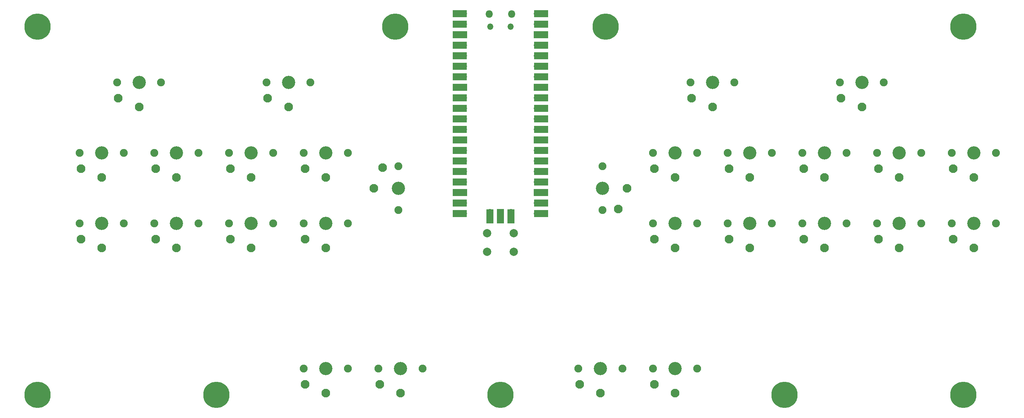
<source format=gts>
G04 #@! TF.GenerationSoftware,KiCad,Pcbnew,(6.0.4)*
G04 #@! TF.CreationDate,2023-01-17T23:17:44-05:00*
G04 #@! TF.ProjectId,PicoSteno-v1.1.0,5069636f-5374-4656-9e6f-2d76312e312e,rev?*
G04 #@! TF.SameCoordinates,Original*
G04 #@! TF.FileFunction,Soldermask,Top*
G04 #@! TF.FilePolarity,Negative*
%FSLAX46Y46*%
G04 Gerber Fmt 4.6, Leading zero omitted, Abs format (unit mm)*
G04 Created by KiCad (PCBNEW (6.0.4)) date 2023-01-17 23:17:44*
%MOMM*%
%LPD*%
G01*
G04 APERTURE LIST*
%ADD10C,2.000000*%
%ADD11O,1.500000X1.500000*%
%ADD12O,1.800000X1.800000*%
%ADD13R,3.500000X1.700000*%
%ADD14O,1.700000X1.700000*%
%ADD15R,1.700000X1.700000*%
%ADD16R,1.700000X3.500000*%
%ADD17C,6.350000*%
%ADD18C,3.200000*%
%ADD19C,1.900000*%
%ADD20C,2.100000*%
G04 APERTURE END LIST*
D10*
X155650000Y-111470000D03*
X149150000Y-111470000D03*
X149150000Y-106970000D03*
X155650000Y-106970000D03*
D11*
X149975000Y-57135000D03*
D12*
X149675000Y-54105000D03*
X155125000Y-54105000D03*
D11*
X154825000Y-57135000D03*
D13*
X142610000Y-53975000D03*
D14*
X143510000Y-53975000D03*
X143510000Y-56515000D03*
D13*
X142610000Y-56515000D03*
D15*
X143510000Y-59055000D03*
D13*
X142610000Y-59055000D03*
X142610000Y-61595000D03*
D14*
X143510000Y-61595000D03*
D13*
X142610000Y-64135000D03*
D14*
X143510000Y-64135000D03*
D13*
X142610000Y-66675000D03*
D14*
X143510000Y-66675000D03*
D13*
X142610000Y-69215000D03*
D14*
X143510000Y-69215000D03*
D13*
X142610000Y-71755000D03*
D15*
X143510000Y-71755000D03*
D13*
X142610000Y-74295000D03*
D14*
X143510000Y-74295000D03*
X143510000Y-76835000D03*
D13*
X142610000Y-76835000D03*
X142610000Y-79375000D03*
D14*
X143510000Y-79375000D03*
X143510000Y-81915000D03*
D13*
X142610000Y-81915000D03*
X142610000Y-84455000D03*
D15*
X143510000Y-84455000D03*
D13*
X142610000Y-86995000D03*
D14*
X143510000Y-86995000D03*
D13*
X142610000Y-89535000D03*
D14*
X143510000Y-89535000D03*
D13*
X142610000Y-92075000D03*
D14*
X143510000Y-92075000D03*
X143510000Y-94615000D03*
D13*
X142610000Y-94615000D03*
X142610000Y-97155000D03*
D15*
X143510000Y-97155000D03*
D14*
X143510000Y-99695000D03*
D13*
X142610000Y-99695000D03*
D14*
X143510000Y-102235000D03*
D13*
X142610000Y-102235000D03*
D14*
X161290000Y-102235000D03*
D13*
X162190000Y-102235000D03*
D14*
X161290000Y-99695000D03*
D13*
X162190000Y-99695000D03*
X162190000Y-97155000D03*
D15*
X161290000Y-97155000D03*
D14*
X161290000Y-94615000D03*
D13*
X162190000Y-94615000D03*
X162190000Y-92075000D03*
D14*
X161290000Y-92075000D03*
X161290000Y-89535000D03*
D13*
X162190000Y-89535000D03*
D14*
X161290000Y-86995000D03*
D13*
X162190000Y-86995000D03*
D15*
X161290000Y-84455000D03*
D13*
X162190000Y-84455000D03*
D14*
X161290000Y-81915000D03*
D13*
X162190000Y-81915000D03*
D14*
X161290000Y-79375000D03*
D13*
X162190000Y-79375000D03*
X162190000Y-76835000D03*
D14*
X161290000Y-76835000D03*
X161290000Y-74295000D03*
D13*
X162190000Y-74295000D03*
X162190000Y-71755000D03*
D15*
X161290000Y-71755000D03*
D13*
X162190000Y-69215000D03*
D14*
X161290000Y-69215000D03*
X161290000Y-66675000D03*
D13*
X162190000Y-66675000D03*
X162190000Y-64135000D03*
D14*
X161290000Y-64135000D03*
X161290000Y-61595000D03*
D13*
X162190000Y-61595000D03*
X162190000Y-59055000D03*
D15*
X161290000Y-59055000D03*
D13*
X162190000Y-56515000D03*
D14*
X161290000Y-56515000D03*
D13*
X162190000Y-53975000D03*
D14*
X161290000Y-53975000D03*
X149860000Y-102005000D03*
D16*
X149860000Y-102905000D03*
D15*
X152400000Y-102005000D03*
D16*
X152400000Y-102905000D03*
D14*
X154940000Y-102005000D03*
D16*
X154940000Y-102905000D03*
D17*
X127000000Y-57150000D03*
X83820000Y-146050000D03*
X264160000Y-57150000D03*
X177800000Y-57150000D03*
X220980000Y-146050000D03*
X152400000Y-146050000D03*
X264160000Y-146050000D03*
X40640000Y-146050000D03*
X40640000Y-57150000D03*
D18*
X239649000Y-70612000D03*
D19*
X234349000Y-70612000D03*
X244949000Y-70612000D03*
D20*
X234649000Y-74412000D03*
X239649000Y-76512000D03*
D19*
X95919000Y-70612000D03*
X106519000Y-70612000D03*
D18*
X101219000Y-70612000D03*
D20*
X96219000Y-74412000D03*
X101219000Y-76512000D03*
D19*
X68868000Y-87630000D03*
D18*
X74168000Y-87630000D03*
D19*
X79468000Y-87630000D03*
D20*
X69168000Y-91430000D03*
X74168000Y-93530000D03*
D19*
X104936000Y-87630000D03*
X115536000Y-87630000D03*
D18*
X110236000Y-87630000D03*
D20*
X105236000Y-91430000D03*
X110236000Y-93530000D03*
D19*
X97502000Y-87630000D03*
X86902000Y-87630000D03*
D18*
X92202000Y-87630000D03*
D20*
X87202000Y-91430000D03*
X92202000Y-93530000D03*
D19*
X50834000Y-87630000D03*
X61434000Y-87630000D03*
D18*
X56134000Y-87630000D03*
D20*
X51134000Y-91430000D03*
X56134000Y-93530000D03*
D19*
X217898000Y-104648000D03*
X207298000Y-104648000D03*
D18*
X212598000Y-104648000D03*
D20*
X207598000Y-108448000D03*
X212598000Y-110548000D03*
D18*
X230632000Y-104648000D03*
D19*
X225332000Y-104648000D03*
X235932000Y-104648000D03*
D20*
X225632000Y-108448000D03*
X230632000Y-110548000D03*
D19*
X253966000Y-104648000D03*
D18*
X248666000Y-104648000D03*
D19*
X243366000Y-104648000D03*
D20*
X243666000Y-108448000D03*
X248666000Y-110548000D03*
D19*
X272000000Y-104648000D03*
D18*
X266700000Y-104648000D03*
D19*
X261400000Y-104648000D03*
D20*
X261700000Y-108448000D03*
X266700000Y-110548000D03*
D19*
X79468000Y-104648000D03*
D18*
X74168000Y-104648000D03*
D19*
X68868000Y-104648000D03*
D20*
X69168000Y-108448000D03*
X74168000Y-110548000D03*
D19*
X104936000Y-104648000D03*
D18*
X110236000Y-104648000D03*
D19*
X115536000Y-104648000D03*
D20*
X105236000Y-108448000D03*
X110236000Y-110548000D03*
D19*
X199864000Y-104648000D03*
X189264000Y-104648000D03*
D18*
X194564000Y-104648000D03*
D20*
X189564000Y-108448000D03*
X194564000Y-110548000D03*
D19*
X61434000Y-104648000D03*
D18*
X56134000Y-104648000D03*
D19*
X50834000Y-104648000D03*
D20*
X51134000Y-108448000D03*
X56134000Y-110548000D03*
D18*
X92202000Y-104648000D03*
D19*
X86902000Y-104648000D03*
X97502000Y-104648000D03*
D20*
X87202000Y-108448000D03*
X92202000Y-110548000D03*
D19*
X59851000Y-70612000D03*
D18*
X65151000Y-70612000D03*
D19*
X70451000Y-70612000D03*
D20*
X60151000Y-74412000D03*
X65151000Y-76512000D03*
D19*
X198281000Y-70612000D03*
X208881000Y-70612000D03*
D18*
X203581000Y-70612000D03*
D20*
X198581000Y-74412000D03*
X203581000Y-76512000D03*
D19*
X181830000Y-139700000D03*
X171230000Y-139700000D03*
D18*
X176530000Y-139700000D03*
D20*
X171530000Y-143500000D03*
X176530000Y-145600000D03*
D18*
X128270000Y-139700000D03*
D19*
X133570000Y-139700000D03*
X122970000Y-139700000D03*
D20*
X123270000Y-143500000D03*
X128270000Y-145600000D03*
D18*
X110236000Y-139700000D03*
D19*
X115536000Y-139700000D03*
X104936000Y-139700000D03*
D20*
X105236000Y-143500000D03*
X110236000Y-145600000D03*
D19*
X199864000Y-139700000D03*
D18*
X194564000Y-139700000D03*
D19*
X189264000Y-139700000D03*
D20*
X189564000Y-143500000D03*
X194564000Y-145600000D03*
D19*
X243366000Y-87630000D03*
X253966000Y-87630000D03*
D18*
X248666000Y-87630000D03*
D20*
X243666000Y-91430000D03*
X248666000Y-93530000D03*
D19*
X261400000Y-87630000D03*
D18*
X266700000Y-87630000D03*
D19*
X272000000Y-87630000D03*
D20*
X261700000Y-91430000D03*
X266700000Y-93530000D03*
D19*
X127762000Y-101439000D03*
X127762000Y-90839000D03*
D18*
X127762000Y-96139000D03*
D20*
X123962000Y-91139000D03*
X121862000Y-96139000D03*
D19*
X177038000Y-90839000D03*
X177038000Y-101439000D03*
D18*
X177038000Y-96139000D03*
D20*
X180838000Y-101139000D03*
X182938000Y-96139000D03*
D19*
X199864000Y-87630000D03*
D18*
X194564000Y-87630000D03*
D19*
X189264000Y-87630000D03*
D20*
X189564000Y-91430000D03*
X194564000Y-93530000D03*
D19*
X217898000Y-87630000D03*
X207298000Y-87630000D03*
D18*
X212598000Y-87630000D03*
D20*
X207598000Y-91430000D03*
X212598000Y-93530000D03*
D19*
X235932000Y-87630000D03*
X225332000Y-87630000D03*
D18*
X230632000Y-87630000D03*
D20*
X225632000Y-91430000D03*
X230632000Y-93530000D03*
M02*

</source>
